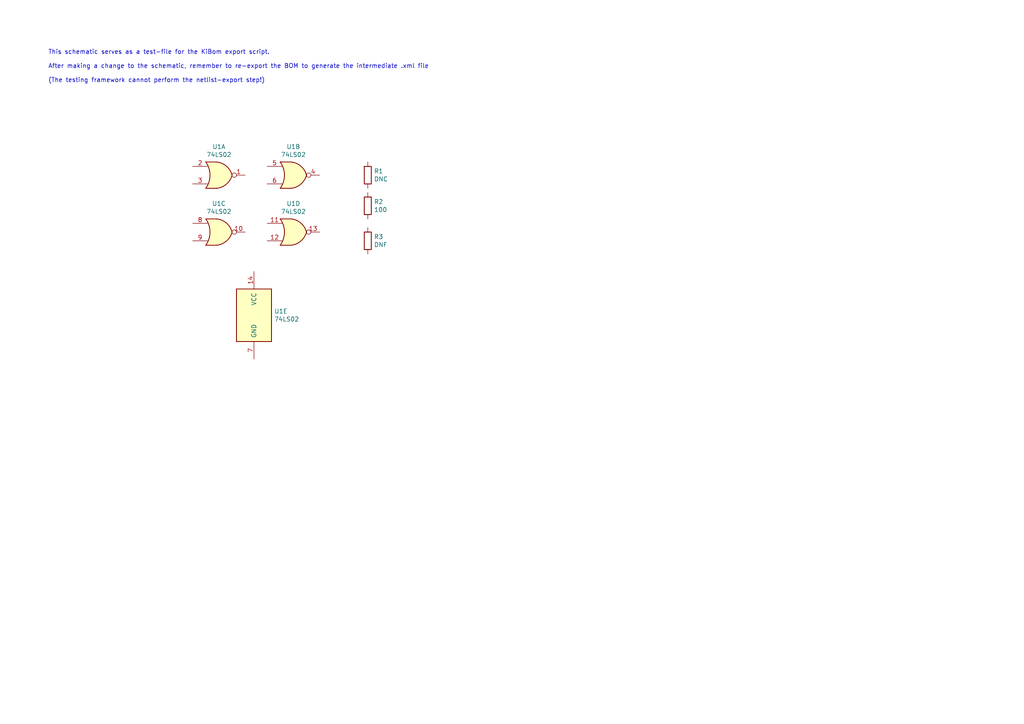
<source format=kicad_sch>
(kicad_sch (version 20250114) (generator "eeschema") (generator_version "9.0")
  (paper "A4")
  (title_block (title "KiBom Test Schematic") (date "2020-03-12") (rev "A") (company "https://github.com/SchrodingersGat/KiBom"))
  (lib_symbols
    (symbol "74xx:74LS02" (pin_names (offset 1.016))
      (property "Reference" "U" (at 0 1.27 0))
      (property "Value" "74LS02" (at 0 -1.27 0))
      (symbol "74LS02_1_1"
        (arc (start -3.81 3.81) (mid -2.589 0) (end -3.81 -3.81) (stroke (width 0.254)))
        (polyline (pts (xy -3.81 3.81) (xy -0.635 3.81)) (stroke (width 0.254)) (fill (type background)))
        (polyline (pts (xy -3.81 -3.81) (xy -0.635 -3.81)) (stroke (width 0.254)) (fill (type background)))
        (arc (start 3.81 0) (mid 2.1855 -2.584) (end -0.6096 -3.81) (stroke (width 0.254)) (fill (type background)))
        (arc (start -0.6096 3.81) (mid 2.1928 2.5924) (end 3.81 0) (stroke (width 0.254)) (fill (type background)))
        (polyline (pts (xy -0.635 3.81) (xy -3.81 3.81) (xy -3.81 3.81) (xy -3.556 3.4036) (xy -3.0226 2.2606) (xy -2.6924 1.0414) (xy -2.6162 -0.254) (xy -2.7686 -1.4986) (xy -3.175 -2.7178) (xy -3.81 -3.81) (xy -3.81 -3.81) (xy -0.635 -3.81)) (stroke (width -25.4)) (fill (type background)))
        (pin input line (at -7.62 2.54 0) (length 4.318) (name "~") (number "2"))
        (pin input line (at -7.62 -2.54 0) (length 4.318) (name "~") (number "3"))
        (pin output inverted (at 7.62 0 180) (length 3.81) (name "~") (number "1"))
      )
      (symbol "74LS02_1_2"
        (arc (start 0 3.81) (mid 3.7934 0) (end 0 -3.81) (stroke (width 0.254)) (fill (type background)))
        (polyline (pts (xy 0 3.81) (xy -3.81 3.81) (xy -3.81 -3.81) (xy 0 -3.81)) (stroke (width 0.254)) (fill (type background)))
        (pin input inverted (at -7.62 2.54 0) (length 3.81) (name "~") (number "2"))
        (pin input inverted (at -7.62 -2.54 0) (length 3.81) (name "~") (number "3"))
        (pin output line (at 7.62 0 180) (length 3.81) (name "~") (number "1"))
      )
      (symbol "74LS02_2_1"
        (arc (start -3.81 3.81) (mid -2.589 0) (end -3.81 -3.81) (stroke (width 0.254)))
        (polyline (pts (xy -3.81 3.81) (xy -0.635 3.81)) (stroke (width 0.254)) (fill (type background)))
        (polyline (pts (xy -3.81 -3.81) (xy -0.635 -3.81)) (stroke (width 0.254)) (fill (type background)))
        (arc (start 3.81 0) (mid 2.1855 -2.584) (end -0.6096 -3.81) (stroke (width 0.254)) (fill (type background)))
        (arc (start -0.6096 3.81) (mid 2.1928 2.5924) (end 3.81 0) (stroke (width 0.254)) (fill (type background)))
        (polyline (pts (xy -0.635 3.81) (xy -3.81 3.81) (xy -3.81 3.81) (xy -3.556 3.4036) (xy -3.0226 2.2606) (xy -2.6924 1.0414) (xy -2.6162 -0.254) (xy -2.7686 -1.4986) (xy -3.175 -2.7178) (xy -3.81 -3.81) (xy -3.81 -3.81) (xy -0.635 -3.81)) (stroke (width -25.4)) (fill (type background)))
        (pin input line (at -7.62 2.54 0) (length 4.318) (name "~") (number "5"))
        (pin input line (at -7.62 -2.54 0) (length 4.318) (name "~") (number "6"))
        (pin output inverted (at 7.62 0 180) (length 3.81) (name "~") (number "4"))
      )
      (symbol "74LS02_2_2"
        (arc (start 0 3.81) (mid 3.7934 0) (end 0 -3.81) (stroke (width 0.254)) (fill (type background)))
        (polyline (pts (xy 0 3.81) (xy -3.81 3.81) (xy -3.81 -3.81) (xy 0 -3.81)) (stroke (width 0.254)) (fill (type background)))
        (pin input inverted (at -7.62 2.54 0) (length 3.81) (name "~") (number "5"))
        (pin input inverted (at -7.62 -2.54 0) (length 3.81) (name "~") (number "6"))
        (pin output line (at 7.62 0 180) (length 3.81) (name "~") (number "4"))
      )
      (symbol "74LS02_3_1"
        (arc (start -3.81 3.81) (mid -2.589 0) (end -3.81 -3.81) (stroke (width 0.254)))
        (polyline (pts (xy -3.81 3.81) (xy -0.635 3.81)) (stroke (width 0.254)) (fill (type background)))
        (polyline (pts (xy -3.81 -3.81) (xy -0.635 -3.81)) (stroke (width 0.254)) (fill (type background)))
        (arc (start 3.81 0) (mid 2.1855 -2.584) (end -0.6096 -3.81) (stroke (width 0.254)) (fill (type background)))
        (arc (start -0.6096 3.81) (mid 2.1928 2.5924) (end 3.81 0) (stroke (width 0.254)) (fill (type background)))
        (polyline (pts (xy -0.635 3.81) (xy -3.81 3.81) (xy -3.81 3.81) (xy -3.556 3.4036) (xy -3.0226 2.2606) (xy -2.6924 1.0414) (xy -2.6162 -0.254) (xy -2.7686 -1.4986) (xy -3.175 -2.7178) (xy -3.81 -3.81) (xy -3.81 -3.81) (xy -0.635 -3.81)) (stroke (width -25.4)) (fill (type background)))
        (pin input line (at -7.62 2.54 0) (length 4.318) (name "~") (number "8"))
        (pin input line (at -7.62 -2.54 0) (length 4.318) (name "~") (number "9"))
        (pin output inverted (at 7.62 0 180) (length 3.81) (name "~") (number "10"))
      )
      (symbol "74LS02_3_2"
        (arc (start 0 3.81) (mid 3.7934 0) (end 0 -3.81) (stroke (width 0.254)) (fill (type background)))
        (polyline (pts (xy 0 3.81) (xy -3.81 3.81) (xy -3.81 -3.81) (xy 0 -3.81)) (stroke (width 0.254)) (fill (type background)))
        (pin input inverted (at -7.62 2.54 0) (length 3.81) (name "~") (number "8"))
        (pin input inverted (at -7.62 -2.54 0) (length 3.81) (name "~") (number "9"))
        (pin output line (at 7.62 0 180) (length 3.81) (name "~") (number "10"))
      )
      (symbol "74LS02_4_1"
        (arc (start -3.81 3.81) (mid -2.589 0) (end -3.81 -3.81) (stroke (width 0.254)))
        (polyline (pts (xy -3.81 3.81) (xy -0.635 3.81)) (stroke (width 0.254)) (fill (type background)))
        (polyline (pts (xy -3.81 -3.81) (xy -0.635 -3.81)) (stroke (width 0.254)) (fill (type background)))
        (arc (start 3.81 0) (mid 2.1855 -2.584) (end -0.6096 -3.81) (stroke (width 0.254)) (fill (type background)))
        (arc (start -0.6096 3.81) (mid 2.1928 2.5924) (end 3.81 0) (stroke (width 0.254)) (fill (type background)))
        (polyline (pts (xy -0.635 3.81) (xy -3.81 3.81) (xy -3.81 3.81) (xy -3.556 3.4036) (xy -3.0226 2.2606) (xy -2.6924 1.0414) (xy -2.6162 -0.254) (xy -2.7686 -1.4986) (xy -3.175 -2.7178) (xy -3.81 -3.81) (xy -3.81 -3.81) (xy -0.635 -3.81)) (stroke (width -25.4)) (fill (type background)))
        (pin input line (at -7.62 2.54 0) (length 4.318) (name "~") (number "11"))
        (pin input line (at -7.62 -2.54 0) (length 4.318) (name "~") (number "12"))
        (pin output inverted (at 7.62 0 180) (length 3.81) (name "~") (number "13"))
      )
      (symbol "74LS02_4_2"
        (arc (start 0 3.81) (mid 3.7934 0) (end 0 -3.81) (stroke (width 0.254)) (fill (type background)))
        (polyline (pts (xy 0 3.81) (xy -3.81 3.81) (xy -3.81 -3.81) (xy 0 -3.81)) (stroke (width 0.254)) (fill (type background)))
        (pin input inverted (at -7.62 2.54 0) (length 3.81) (name "~") (number "11"))
        (pin input inverted (at -7.62 -2.54 0) (length 3.81) (name "~") (number "12"))
        (pin output line (at 7.62 0 180) (length 3.81) (name "~") (number "13"))
      )
      (symbol "74LS02_5_0"
        (pin power_in line (at 0 12.7 270) (length 5.08) (name "VCC") (number "14"))
        (pin power_in line (at 0 -12.7 90) (length 5.08) (name "GND") (number "7"))
      )
      (symbol "74LS02_5_1"
        (rectangle (start -5.08 7.62) (end 5.08 -7.62) (stroke (width 0.254)) (fill (type background)))
      )
    )
    (symbol "Device:R" (pin_numbers (hide yes)) (pin_names (offset 0))
      (property "Reference" "R" (at 2.032 0 90))
      (property "Value" "R" (at 0 0 90))
      (symbol "R_0_1"
        (rectangle (start -1.016 -2.54) (end 1.016 2.54) (stroke (width 0.254)))
      )
      (symbol "R_1_1"
        (pin passive line (at 0 3.81 270) (length 1.27) (name "~") (number "1"))
        (pin passive line (at 0 -3.81 90) (length 1.27) (name "~") (number "2"))
      )
    )
  )
  (text "This schematic serves as a test-file for the KiBom export script.\n\nAfter making a change to the schematic, remember to re-export the BOM to generate the intermediate .xml file\n\n(The testing framework cannot perform the netlist-export step!)" (at 13.97 24.13 0) (effects (font (size 1.27 1.27)) (justify left bottom)))
  (symbol (lib_id "74xx:74LS02") (at 63.5 50.8 0) (unit 1)
    (property "Reference" "U1" (at 63.5 42.545 0))
    (property "Value" "74LS02" (at 63.5 44.8564 0))
    (property "Datasheet" "http://www.ti.com/lit/gpn/sn74ls02" (effects (hide yes)))
  )
  (symbol (lib_id "74xx:74LS02") (at 85.09 50.8 0) (unit 2)
    (property "Reference" "U1" (at 85.09 42.545 0))
    (property "Value" "74LS02" (at 85.09 44.8564 0))
    (property "Datasheet" "http://www.ti.com/lit/gpn/sn74ls02" (effects (hide yes)))
  )
  (symbol (lib_id "74xx:74LS02") (at 63.5 67.31 0) (unit 3)
    (property "Reference" "U1" (at 63.5 59.055 0))
    (property "Value" "74LS02" (at 63.5 61.3664 0))
    (property "Datasheet" "http://www.ti.com/lit/gpn/sn74ls02" (effects (hide yes)))
  )
  (symbol (lib_id "74xx:74LS02") (at 85.09 67.31 0) (unit 4)
    (property "Reference" "U1" (at 85.09 59.055 0))
    (property "Value" "74LS02" (at 85.09 61.3664 0))
    (property "Datasheet" "http://www.ti.com/lit/gpn/sn74ls02" (effects (hide yes)))
  )
  (symbol (lib_id "Device:R") (at 106.68 50.8 0) (unit 1)
    (property "Reference" "R1" (at 108.458 49.6316 0) (effects (justify left)))
    (property "Value" "DNC" (at 108.458 51.943 0) (effects (justify left)))
  )
  (symbol (lib_id "Device:R") (at 106.68 69.85 0) (unit 1)
    (property "Reference" "R3" (at 108.458 68.6816 0) (effects (justify left)))
    (property "Value" "DNF" (at 108.458 70.993 0) (effects (justify left)))
    (property "Config" "DNF,DNC" (effects (hide yes)))
  )
  (symbol (lib_id "Device:R") (at 106.68 59.69 0) (unit 1)
    (property "Reference" "R2" (at 108.458 58.5216 0) (effects (justify left)))
    (property "Value" "100" (at 108.458 60.833 0) (effects (justify left)))
    (property "Config" "DNF,DNC" (effects (hide yes)))
  )
  (symbol (lib_id "74xx:74LS02") (at 73.66 91.44 0) (unit 5)
    (property "Reference" "U1" (at 79.502 90.2716 0) (effects (justify left)))
    (property "Value" "74LS02" (at 79.502 92.583 0) (effects (justify left)))
    (property "Datasheet" "http://www.ti.com/lit/gpn/sn74ls02" (effects (hide yes)))
  )
)
</source>
